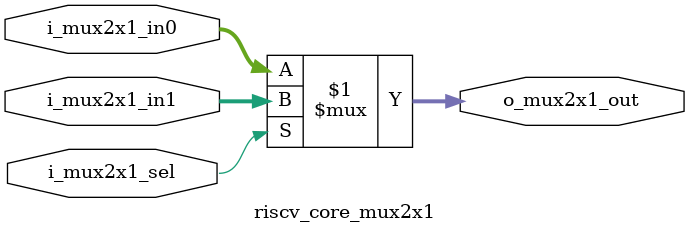
<source format=sv>
/*
riscv_core_mux2x1
#(
  .XLEN ()
)
u_riscv_core_mux2x1
(
  .i_mux2x1_in0 ()
  ,.i_mux2x1_in1()
  ,.i_mux2x1_sel()
  ,.o_mux2x1_out()
);
*/
//////////////////////////////////////////////////////////////////////////
module riscv_core_mux2x1
#(
  parameter XLEN = 32
)
(
  input  logic [XLEN-1:0] i_mux2x1_in0,
  input  logic [XLEN-1:0] i_mux2x1_in1,
  input  logic            i_mux2x1_sel,
  output logic [XLEN-1:0] o_mux2x1_out
);

assign o_mux2x1_out = i_mux2x1_sel? i_mux2x1_in1 : i_mux2x1_in0;
endmodule
</source>
